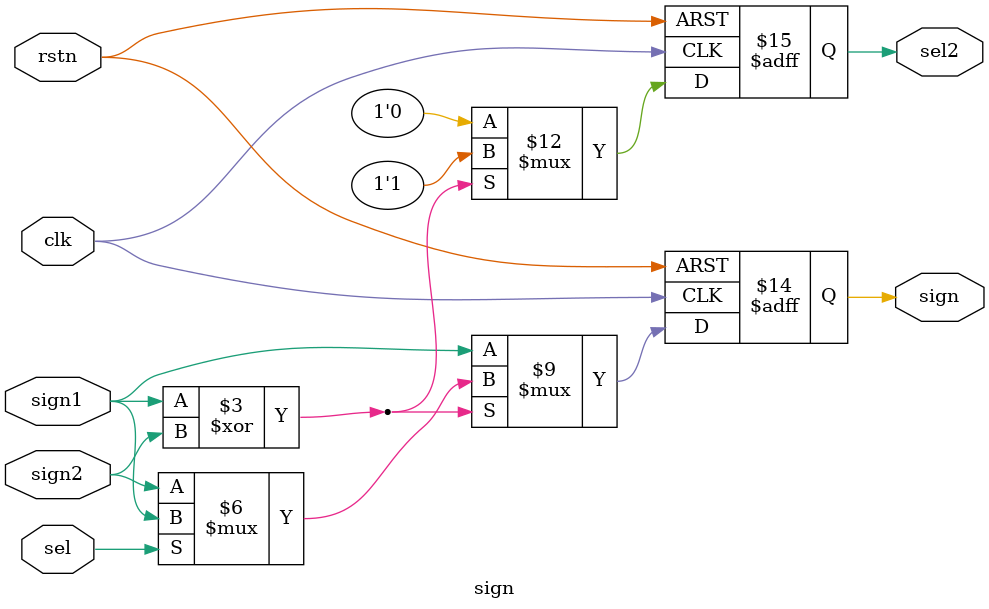
<source format=sv>
`timescale 1ns / 1ps


module sign(
    input logic clk, rstn, sel,
    input logic sign1, sign2,
    output logic sel2, sign
    );

    always_ff @(posedge clk or negedge rstn) begin
        if (!rstn) begin
            sel2 <= 0;
            sign <= 0;
        end else begin
            if (!(sign1 ^ sign2)) begin
                sel2 <= 0;
                sign <= sign1;
            end else begin
                sel2 <= 1;
                if (sel) //2nd number
                    sign <= sign1;
                else  //first number
                    sign <= sign2;    
            end
        end
    end
endmodule


</source>
